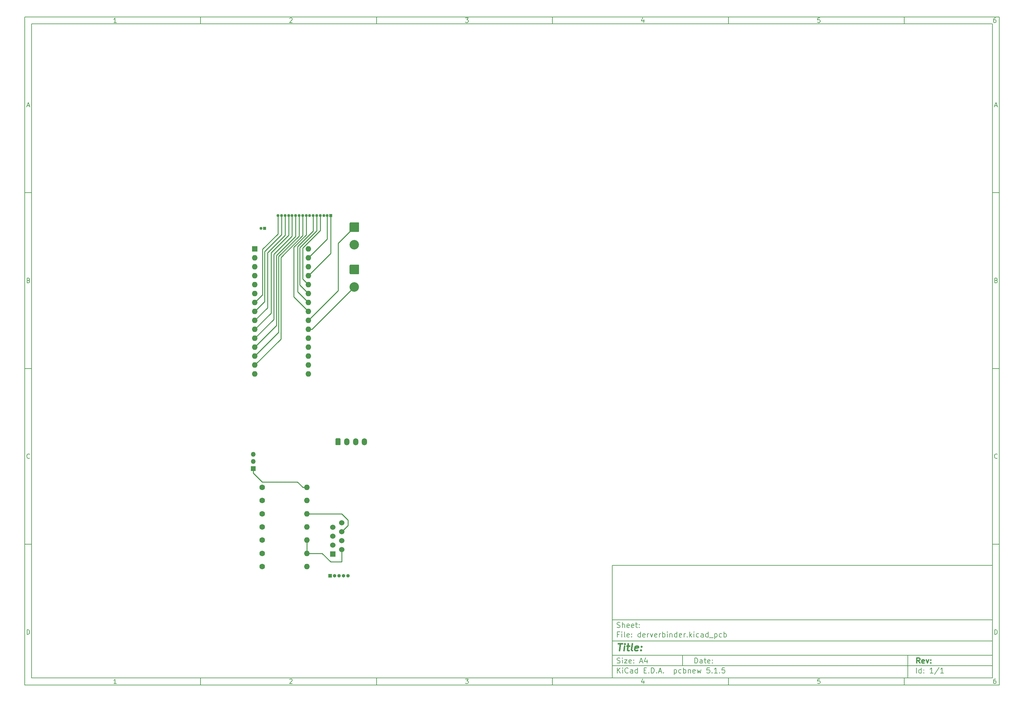
<source format=gbr>
G04 #@! TF.GenerationSoftware,KiCad,Pcbnew,5.1.5*
G04 #@! TF.CreationDate,2019-11-29T13:32:30+01:00*
G04 #@! TF.ProjectId,derverbinder,64657276-6572-4626-996e-6465722e6b69,rev?*
G04 #@! TF.SameCoordinates,Original*
G04 #@! TF.FileFunction,Copper,L2,Bot*
G04 #@! TF.FilePolarity,Positive*
%FSLAX46Y46*%
G04 Gerber Fmt 4.6, Leading zero omitted, Abs format (unit mm)*
G04 Created by KiCad (PCBNEW 5.1.5) date 2019-11-29 13:32:31*
%MOMM*%
%LPD*%
G04 APERTURE LIST*
%ADD10C,0.100000*%
%ADD11C,0.150000*%
%ADD12C,0.300000*%
%ADD13C,0.400000*%
%ADD14O,1.350000X1.350000*%
%ADD15R,1.350000X1.350000*%
%ADD16O,1.500000X2.000000*%
%ADD17C,1.600000*%
%ADD18O,1.600000X1.600000*%
%ADD19R,1.600000X1.600000*%
%ADD20C,2.700000*%
%ADD21O,0.850000X0.850000*%
%ADD22R,0.850000X0.850000*%
%ADD23O,1.000000X1.000000*%
%ADD24R,1.000000X1.000000*%
%ADD25R,1.524000X1.524000*%
%ADD26C,1.524000*%
%ADD27C,0.250000*%
G04 APERTURE END LIST*
D10*
D11*
X177002200Y-166007200D02*
X177002200Y-198007200D01*
X285002200Y-198007200D01*
X285002200Y-166007200D01*
X177002200Y-166007200D01*
D10*
D11*
X10000000Y-10000000D02*
X10000000Y-200007200D01*
X287002200Y-200007200D01*
X287002200Y-10000000D01*
X10000000Y-10000000D01*
D10*
D11*
X12000000Y-12000000D02*
X12000000Y-198007200D01*
X285002200Y-198007200D01*
X285002200Y-12000000D01*
X12000000Y-12000000D01*
D10*
D11*
X60000000Y-12000000D02*
X60000000Y-10000000D01*
D10*
D11*
X110000000Y-12000000D02*
X110000000Y-10000000D01*
D10*
D11*
X160000000Y-12000000D02*
X160000000Y-10000000D01*
D10*
D11*
X210000000Y-12000000D02*
X210000000Y-10000000D01*
D10*
D11*
X260000000Y-12000000D02*
X260000000Y-10000000D01*
D10*
D11*
X36065476Y-11588095D02*
X35322619Y-11588095D01*
X35694047Y-11588095D02*
X35694047Y-10288095D01*
X35570238Y-10473809D01*
X35446428Y-10597619D01*
X35322619Y-10659523D01*
D10*
D11*
X85322619Y-10411904D02*
X85384523Y-10350000D01*
X85508333Y-10288095D01*
X85817857Y-10288095D01*
X85941666Y-10350000D01*
X86003571Y-10411904D01*
X86065476Y-10535714D01*
X86065476Y-10659523D01*
X86003571Y-10845238D01*
X85260714Y-11588095D01*
X86065476Y-11588095D01*
D10*
D11*
X135260714Y-10288095D02*
X136065476Y-10288095D01*
X135632142Y-10783333D01*
X135817857Y-10783333D01*
X135941666Y-10845238D01*
X136003571Y-10907142D01*
X136065476Y-11030952D01*
X136065476Y-11340476D01*
X136003571Y-11464285D01*
X135941666Y-11526190D01*
X135817857Y-11588095D01*
X135446428Y-11588095D01*
X135322619Y-11526190D01*
X135260714Y-11464285D01*
D10*
D11*
X185941666Y-10721428D02*
X185941666Y-11588095D01*
X185632142Y-10226190D02*
X185322619Y-11154761D01*
X186127380Y-11154761D01*
D10*
D11*
X236003571Y-10288095D02*
X235384523Y-10288095D01*
X235322619Y-10907142D01*
X235384523Y-10845238D01*
X235508333Y-10783333D01*
X235817857Y-10783333D01*
X235941666Y-10845238D01*
X236003571Y-10907142D01*
X236065476Y-11030952D01*
X236065476Y-11340476D01*
X236003571Y-11464285D01*
X235941666Y-11526190D01*
X235817857Y-11588095D01*
X235508333Y-11588095D01*
X235384523Y-11526190D01*
X235322619Y-11464285D01*
D10*
D11*
X285941666Y-10288095D02*
X285694047Y-10288095D01*
X285570238Y-10350000D01*
X285508333Y-10411904D01*
X285384523Y-10597619D01*
X285322619Y-10845238D01*
X285322619Y-11340476D01*
X285384523Y-11464285D01*
X285446428Y-11526190D01*
X285570238Y-11588095D01*
X285817857Y-11588095D01*
X285941666Y-11526190D01*
X286003571Y-11464285D01*
X286065476Y-11340476D01*
X286065476Y-11030952D01*
X286003571Y-10907142D01*
X285941666Y-10845238D01*
X285817857Y-10783333D01*
X285570238Y-10783333D01*
X285446428Y-10845238D01*
X285384523Y-10907142D01*
X285322619Y-11030952D01*
D10*
D11*
X60000000Y-198007200D02*
X60000000Y-200007200D01*
D10*
D11*
X110000000Y-198007200D02*
X110000000Y-200007200D01*
D10*
D11*
X160000000Y-198007200D02*
X160000000Y-200007200D01*
D10*
D11*
X210000000Y-198007200D02*
X210000000Y-200007200D01*
D10*
D11*
X260000000Y-198007200D02*
X260000000Y-200007200D01*
D10*
D11*
X36065476Y-199595295D02*
X35322619Y-199595295D01*
X35694047Y-199595295D02*
X35694047Y-198295295D01*
X35570238Y-198481009D01*
X35446428Y-198604819D01*
X35322619Y-198666723D01*
D10*
D11*
X85322619Y-198419104D02*
X85384523Y-198357200D01*
X85508333Y-198295295D01*
X85817857Y-198295295D01*
X85941666Y-198357200D01*
X86003571Y-198419104D01*
X86065476Y-198542914D01*
X86065476Y-198666723D01*
X86003571Y-198852438D01*
X85260714Y-199595295D01*
X86065476Y-199595295D01*
D10*
D11*
X135260714Y-198295295D02*
X136065476Y-198295295D01*
X135632142Y-198790533D01*
X135817857Y-198790533D01*
X135941666Y-198852438D01*
X136003571Y-198914342D01*
X136065476Y-199038152D01*
X136065476Y-199347676D01*
X136003571Y-199471485D01*
X135941666Y-199533390D01*
X135817857Y-199595295D01*
X135446428Y-199595295D01*
X135322619Y-199533390D01*
X135260714Y-199471485D01*
D10*
D11*
X185941666Y-198728628D02*
X185941666Y-199595295D01*
X185632142Y-198233390D02*
X185322619Y-199161961D01*
X186127380Y-199161961D01*
D10*
D11*
X236003571Y-198295295D02*
X235384523Y-198295295D01*
X235322619Y-198914342D01*
X235384523Y-198852438D01*
X235508333Y-198790533D01*
X235817857Y-198790533D01*
X235941666Y-198852438D01*
X236003571Y-198914342D01*
X236065476Y-199038152D01*
X236065476Y-199347676D01*
X236003571Y-199471485D01*
X235941666Y-199533390D01*
X235817857Y-199595295D01*
X235508333Y-199595295D01*
X235384523Y-199533390D01*
X235322619Y-199471485D01*
D10*
D11*
X285941666Y-198295295D02*
X285694047Y-198295295D01*
X285570238Y-198357200D01*
X285508333Y-198419104D01*
X285384523Y-198604819D01*
X285322619Y-198852438D01*
X285322619Y-199347676D01*
X285384523Y-199471485D01*
X285446428Y-199533390D01*
X285570238Y-199595295D01*
X285817857Y-199595295D01*
X285941666Y-199533390D01*
X286003571Y-199471485D01*
X286065476Y-199347676D01*
X286065476Y-199038152D01*
X286003571Y-198914342D01*
X285941666Y-198852438D01*
X285817857Y-198790533D01*
X285570238Y-198790533D01*
X285446428Y-198852438D01*
X285384523Y-198914342D01*
X285322619Y-199038152D01*
D10*
D11*
X10000000Y-60000000D02*
X12000000Y-60000000D01*
D10*
D11*
X10000000Y-110000000D02*
X12000000Y-110000000D01*
D10*
D11*
X10000000Y-160000000D02*
X12000000Y-160000000D01*
D10*
D11*
X10690476Y-35216666D02*
X11309523Y-35216666D01*
X10566666Y-35588095D02*
X11000000Y-34288095D01*
X11433333Y-35588095D01*
D10*
D11*
X11092857Y-84907142D02*
X11278571Y-84969047D01*
X11340476Y-85030952D01*
X11402380Y-85154761D01*
X11402380Y-85340476D01*
X11340476Y-85464285D01*
X11278571Y-85526190D01*
X11154761Y-85588095D01*
X10659523Y-85588095D01*
X10659523Y-84288095D01*
X11092857Y-84288095D01*
X11216666Y-84350000D01*
X11278571Y-84411904D01*
X11340476Y-84535714D01*
X11340476Y-84659523D01*
X11278571Y-84783333D01*
X11216666Y-84845238D01*
X11092857Y-84907142D01*
X10659523Y-84907142D01*
D10*
D11*
X11402380Y-135464285D02*
X11340476Y-135526190D01*
X11154761Y-135588095D01*
X11030952Y-135588095D01*
X10845238Y-135526190D01*
X10721428Y-135402380D01*
X10659523Y-135278571D01*
X10597619Y-135030952D01*
X10597619Y-134845238D01*
X10659523Y-134597619D01*
X10721428Y-134473809D01*
X10845238Y-134350000D01*
X11030952Y-134288095D01*
X11154761Y-134288095D01*
X11340476Y-134350000D01*
X11402380Y-134411904D01*
D10*
D11*
X10659523Y-185588095D02*
X10659523Y-184288095D01*
X10969047Y-184288095D01*
X11154761Y-184350000D01*
X11278571Y-184473809D01*
X11340476Y-184597619D01*
X11402380Y-184845238D01*
X11402380Y-185030952D01*
X11340476Y-185278571D01*
X11278571Y-185402380D01*
X11154761Y-185526190D01*
X10969047Y-185588095D01*
X10659523Y-185588095D01*
D10*
D11*
X287002200Y-60000000D02*
X285002200Y-60000000D01*
D10*
D11*
X287002200Y-110000000D02*
X285002200Y-110000000D01*
D10*
D11*
X287002200Y-160000000D02*
X285002200Y-160000000D01*
D10*
D11*
X285692676Y-35216666D02*
X286311723Y-35216666D01*
X285568866Y-35588095D02*
X286002200Y-34288095D01*
X286435533Y-35588095D01*
D10*
D11*
X286095057Y-84907142D02*
X286280771Y-84969047D01*
X286342676Y-85030952D01*
X286404580Y-85154761D01*
X286404580Y-85340476D01*
X286342676Y-85464285D01*
X286280771Y-85526190D01*
X286156961Y-85588095D01*
X285661723Y-85588095D01*
X285661723Y-84288095D01*
X286095057Y-84288095D01*
X286218866Y-84350000D01*
X286280771Y-84411904D01*
X286342676Y-84535714D01*
X286342676Y-84659523D01*
X286280771Y-84783333D01*
X286218866Y-84845238D01*
X286095057Y-84907142D01*
X285661723Y-84907142D01*
D10*
D11*
X286404580Y-135464285D02*
X286342676Y-135526190D01*
X286156961Y-135588095D01*
X286033152Y-135588095D01*
X285847438Y-135526190D01*
X285723628Y-135402380D01*
X285661723Y-135278571D01*
X285599819Y-135030952D01*
X285599819Y-134845238D01*
X285661723Y-134597619D01*
X285723628Y-134473809D01*
X285847438Y-134350000D01*
X286033152Y-134288095D01*
X286156961Y-134288095D01*
X286342676Y-134350000D01*
X286404580Y-134411904D01*
D10*
D11*
X285661723Y-185588095D02*
X285661723Y-184288095D01*
X285971247Y-184288095D01*
X286156961Y-184350000D01*
X286280771Y-184473809D01*
X286342676Y-184597619D01*
X286404580Y-184845238D01*
X286404580Y-185030952D01*
X286342676Y-185278571D01*
X286280771Y-185402380D01*
X286156961Y-185526190D01*
X285971247Y-185588095D01*
X285661723Y-185588095D01*
D10*
D11*
X200434342Y-193785771D02*
X200434342Y-192285771D01*
X200791485Y-192285771D01*
X201005771Y-192357200D01*
X201148628Y-192500057D01*
X201220057Y-192642914D01*
X201291485Y-192928628D01*
X201291485Y-193142914D01*
X201220057Y-193428628D01*
X201148628Y-193571485D01*
X201005771Y-193714342D01*
X200791485Y-193785771D01*
X200434342Y-193785771D01*
X202577200Y-193785771D02*
X202577200Y-193000057D01*
X202505771Y-192857200D01*
X202362914Y-192785771D01*
X202077200Y-192785771D01*
X201934342Y-192857200D01*
X202577200Y-193714342D02*
X202434342Y-193785771D01*
X202077200Y-193785771D01*
X201934342Y-193714342D01*
X201862914Y-193571485D01*
X201862914Y-193428628D01*
X201934342Y-193285771D01*
X202077200Y-193214342D01*
X202434342Y-193214342D01*
X202577200Y-193142914D01*
X203077200Y-192785771D02*
X203648628Y-192785771D01*
X203291485Y-192285771D02*
X203291485Y-193571485D01*
X203362914Y-193714342D01*
X203505771Y-193785771D01*
X203648628Y-193785771D01*
X204720057Y-193714342D02*
X204577200Y-193785771D01*
X204291485Y-193785771D01*
X204148628Y-193714342D01*
X204077200Y-193571485D01*
X204077200Y-193000057D01*
X204148628Y-192857200D01*
X204291485Y-192785771D01*
X204577200Y-192785771D01*
X204720057Y-192857200D01*
X204791485Y-193000057D01*
X204791485Y-193142914D01*
X204077200Y-193285771D01*
X205434342Y-193642914D02*
X205505771Y-193714342D01*
X205434342Y-193785771D01*
X205362914Y-193714342D01*
X205434342Y-193642914D01*
X205434342Y-193785771D01*
X205434342Y-192857200D02*
X205505771Y-192928628D01*
X205434342Y-193000057D01*
X205362914Y-192928628D01*
X205434342Y-192857200D01*
X205434342Y-193000057D01*
D10*
D11*
X177002200Y-194507200D02*
X285002200Y-194507200D01*
D10*
D11*
X178434342Y-196585771D02*
X178434342Y-195085771D01*
X179291485Y-196585771D02*
X178648628Y-195728628D01*
X179291485Y-195085771D02*
X178434342Y-195942914D01*
X179934342Y-196585771D02*
X179934342Y-195585771D01*
X179934342Y-195085771D02*
X179862914Y-195157200D01*
X179934342Y-195228628D01*
X180005771Y-195157200D01*
X179934342Y-195085771D01*
X179934342Y-195228628D01*
X181505771Y-196442914D02*
X181434342Y-196514342D01*
X181220057Y-196585771D01*
X181077200Y-196585771D01*
X180862914Y-196514342D01*
X180720057Y-196371485D01*
X180648628Y-196228628D01*
X180577200Y-195942914D01*
X180577200Y-195728628D01*
X180648628Y-195442914D01*
X180720057Y-195300057D01*
X180862914Y-195157200D01*
X181077200Y-195085771D01*
X181220057Y-195085771D01*
X181434342Y-195157200D01*
X181505771Y-195228628D01*
X182791485Y-196585771D02*
X182791485Y-195800057D01*
X182720057Y-195657200D01*
X182577200Y-195585771D01*
X182291485Y-195585771D01*
X182148628Y-195657200D01*
X182791485Y-196514342D02*
X182648628Y-196585771D01*
X182291485Y-196585771D01*
X182148628Y-196514342D01*
X182077200Y-196371485D01*
X182077200Y-196228628D01*
X182148628Y-196085771D01*
X182291485Y-196014342D01*
X182648628Y-196014342D01*
X182791485Y-195942914D01*
X184148628Y-196585771D02*
X184148628Y-195085771D01*
X184148628Y-196514342D02*
X184005771Y-196585771D01*
X183720057Y-196585771D01*
X183577200Y-196514342D01*
X183505771Y-196442914D01*
X183434342Y-196300057D01*
X183434342Y-195871485D01*
X183505771Y-195728628D01*
X183577200Y-195657200D01*
X183720057Y-195585771D01*
X184005771Y-195585771D01*
X184148628Y-195657200D01*
X186005771Y-195800057D02*
X186505771Y-195800057D01*
X186720057Y-196585771D02*
X186005771Y-196585771D01*
X186005771Y-195085771D01*
X186720057Y-195085771D01*
X187362914Y-196442914D02*
X187434342Y-196514342D01*
X187362914Y-196585771D01*
X187291485Y-196514342D01*
X187362914Y-196442914D01*
X187362914Y-196585771D01*
X188077200Y-196585771D02*
X188077200Y-195085771D01*
X188434342Y-195085771D01*
X188648628Y-195157200D01*
X188791485Y-195300057D01*
X188862914Y-195442914D01*
X188934342Y-195728628D01*
X188934342Y-195942914D01*
X188862914Y-196228628D01*
X188791485Y-196371485D01*
X188648628Y-196514342D01*
X188434342Y-196585771D01*
X188077200Y-196585771D01*
X189577200Y-196442914D02*
X189648628Y-196514342D01*
X189577200Y-196585771D01*
X189505771Y-196514342D01*
X189577200Y-196442914D01*
X189577200Y-196585771D01*
X190220057Y-196157200D02*
X190934342Y-196157200D01*
X190077200Y-196585771D02*
X190577200Y-195085771D01*
X191077200Y-196585771D01*
X191577200Y-196442914D02*
X191648628Y-196514342D01*
X191577200Y-196585771D01*
X191505771Y-196514342D01*
X191577200Y-196442914D01*
X191577200Y-196585771D01*
X194577200Y-195585771D02*
X194577200Y-197085771D01*
X194577200Y-195657200D02*
X194720057Y-195585771D01*
X195005771Y-195585771D01*
X195148628Y-195657200D01*
X195220057Y-195728628D01*
X195291485Y-195871485D01*
X195291485Y-196300057D01*
X195220057Y-196442914D01*
X195148628Y-196514342D01*
X195005771Y-196585771D01*
X194720057Y-196585771D01*
X194577200Y-196514342D01*
X196577200Y-196514342D02*
X196434342Y-196585771D01*
X196148628Y-196585771D01*
X196005771Y-196514342D01*
X195934342Y-196442914D01*
X195862914Y-196300057D01*
X195862914Y-195871485D01*
X195934342Y-195728628D01*
X196005771Y-195657200D01*
X196148628Y-195585771D01*
X196434342Y-195585771D01*
X196577200Y-195657200D01*
X197220057Y-196585771D02*
X197220057Y-195085771D01*
X197220057Y-195657200D02*
X197362914Y-195585771D01*
X197648628Y-195585771D01*
X197791485Y-195657200D01*
X197862914Y-195728628D01*
X197934342Y-195871485D01*
X197934342Y-196300057D01*
X197862914Y-196442914D01*
X197791485Y-196514342D01*
X197648628Y-196585771D01*
X197362914Y-196585771D01*
X197220057Y-196514342D01*
X198577200Y-195585771D02*
X198577200Y-196585771D01*
X198577200Y-195728628D02*
X198648628Y-195657200D01*
X198791485Y-195585771D01*
X199005771Y-195585771D01*
X199148628Y-195657200D01*
X199220057Y-195800057D01*
X199220057Y-196585771D01*
X200505771Y-196514342D02*
X200362914Y-196585771D01*
X200077200Y-196585771D01*
X199934342Y-196514342D01*
X199862914Y-196371485D01*
X199862914Y-195800057D01*
X199934342Y-195657200D01*
X200077200Y-195585771D01*
X200362914Y-195585771D01*
X200505771Y-195657200D01*
X200577200Y-195800057D01*
X200577200Y-195942914D01*
X199862914Y-196085771D01*
X201077200Y-195585771D02*
X201362914Y-196585771D01*
X201648628Y-195871485D01*
X201934342Y-196585771D01*
X202220057Y-195585771D01*
X204648628Y-195085771D02*
X203934342Y-195085771D01*
X203862914Y-195800057D01*
X203934342Y-195728628D01*
X204077200Y-195657200D01*
X204434342Y-195657200D01*
X204577200Y-195728628D01*
X204648628Y-195800057D01*
X204720057Y-195942914D01*
X204720057Y-196300057D01*
X204648628Y-196442914D01*
X204577200Y-196514342D01*
X204434342Y-196585771D01*
X204077200Y-196585771D01*
X203934342Y-196514342D01*
X203862914Y-196442914D01*
X205362914Y-196442914D02*
X205434342Y-196514342D01*
X205362914Y-196585771D01*
X205291485Y-196514342D01*
X205362914Y-196442914D01*
X205362914Y-196585771D01*
X206862914Y-196585771D02*
X206005771Y-196585771D01*
X206434342Y-196585771D02*
X206434342Y-195085771D01*
X206291485Y-195300057D01*
X206148628Y-195442914D01*
X206005771Y-195514342D01*
X207505771Y-196442914D02*
X207577200Y-196514342D01*
X207505771Y-196585771D01*
X207434342Y-196514342D01*
X207505771Y-196442914D01*
X207505771Y-196585771D01*
X208934342Y-195085771D02*
X208220057Y-195085771D01*
X208148628Y-195800057D01*
X208220057Y-195728628D01*
X208362914Y-195657200D01*
X208720057Y-195657200D01*
X208862914Y-195728628D01*
X208934342Y-195800057D01*
X209005771Y-195942914D01*
X209005771Y-196300057D01*
X208934342Y-196442914D01*
X208862914Y-196514342D01*
X208720057Y-196585771D01*
X208362914Y-196585771D01*
X208220057Y-196514342D01*
X208148628Y-196442914D01*
D10*
D11*
X177002200Y-191507200D02*
X285002200Y-191507200D01*
D10*
D12*
X264411485Y-193785771D02*
X263911485Y-193071485D01*
X263554342Y-193785771D02*
X263554342Y-192285771D01*
X264125771Y-192285771D01*
X264268628Y-192357200D01*
X264340057Y-192428628D01*
X264411485Y-192571485D01*
X264411485Y-192785771D01*
X264340057Y-192928628D01*
X264268628Y-193000057D01*
X264125771Y-193071485D01*
X263554342Y-193071485D01*
X265625771Y-193714342D02*
X265482914Y-193785771D01*
X265197200Y-193785771D01*
X265054342Y-193714342D01*
X264982914Y-193571485D01*
X264982914Y-193000057D01*
X265054342Y-192857200D01*
X265197200Y-192785771D01*
X265482914Y-192785771D01*
X265625771Y-192857200D01*
X265697200Y-193000057D01*
X265697200Y-193142914D01*
X264982914Y-193285771D01*
X266197200Y-192785771D02*
X266554342Y-193785771D01*
X266911485Y-192785771D01*
X267482914Y-193642914D02*
X267554342Y-193714342D01*
X267482914Y-193785771D01*
X267411485Y-193714342D01*
X267482914Y-193642914D01*
X267482914Y-193785771D01*
X267482914Y-192857200D02*
X267554342Y-192928628D01*
X267482914Y-193000057D01*
X267411485Y-192928628D01*
X267482914Y-192857200D01*
X267482914Y-193000057D01*
D10*
D11*
X178362914Y-193714342D02*
X178577200Y-193785771D01*
X178934342Y-193785771D01*
X179077200Y-193714342D01*
X179148628Y-193642914D01*
X179220057Y-193500057D01*
X179220057Y-193357200D01*
X179148628Y-193214342D01*
X179077200Y-193142914D01*
X178934342Y-193071485D01*
X178648628Y-193000057D01*
X178505771Y-192928628D01*
X178434342Y-192857200D01*
X178362914Y-192714342D01*
X178362914Y-192571485D01*
X178434342Y-192428628D01*
X178505771Y-192357200D01*
X178648628Y-192285771D01*
X179005771Y-192285771D01*
X179220057Y-192357200D01*
X179862914Y-193785771D02*
X179862914Y-192785771D01*
X179862914Y-192285771D02*
X179791485Y-192357200D01*
X179862914Y-192428628D01*
X179934342Y-192357200D01*
X179862914Y-192285771D01*
X179862914Y-192428628D01*
X180434342Y-192785771D02*
X181220057Y-192785771D01*
X180434342Y-193785771D01*
X181220057Y-193785771D01*
X182362914Y-193714342D02*
X182220057Y-193785771D01*
X181934342Y-193785771D01*
X181791485Y-193714342D01*
X181720057Y-193571485D01*
X181720057Y-193000057D01*
X181791485Y-192857200D01*
X181934342Y-192785771D01*
X182220057Y-192785771D01*
X182362914Y-192857200D01*
X182434342Y-193000057D01*
X182434342Y-193142914D01*
X181720057Y-193285771D01*
X183077200Y-193642914D02*
X183148628Y-193714342D01*
X183077200Y-193785771D01*
X183005771Y-193714342D01*
X183077200Y-193642914D01*
X183077200Y-193785771D01*
X183077200Y-192857200D02*
X183148628Y-192928628D01*
X183077200Y-193000057D01*
X183005771Y-192928628D01*
X183077200Y-192857200D01*
X183077200Y-193000057D01*
X184862914Y-193357200D02*
X185577200Y-193357200D01*
X184720057Y-193785771D02*
X185220057Y-192285771D01*
X185720057Y-193785771D01*
X186862914Y-192785771D02*
X186862914Y-193785771D01*
X186505771Y-192214342D02*
X186148628Y-193285771D01*
X187077200Y-193285771D01*
D10*
D11*
X263434342Y-196585771D02*
X263434342Y-195085771D01*
X264791485Y-196585771D02*
X264791485Y-195085771D01*
X264791485Y-196514342D02*
X264648628Y-196585771D01*
X264362914Y-196585771D01*
X264220057Y-196514342D01*
X264148628Y-196442914D01*
X264077200Y-196300057D01*
X264077200Y-195871485D01*
X264148628Y-195728628D01*
X264220057Y-195657200D01*
X264362914Y-195585771D01*
X264648628Y-195585771D01*
X264791485Y-195657200D01*
X265505771Y-196442914D02*
X265577200Y-196514342D01*
X265505771Y-196585771D01*
X265434342Y-196514342D01*
X265505771Y-196442914D01*
X265505771Y-196585771D01*
X265505771Y-195657200D02*
X265577200Y-195728628D01*
X265505771Y-195800057D01*
X265434342Y-195728628D01*
X265505771Y-195657200D01*
X265505771Y-195800057D01*
X268148628Y-196585771D02*
X267291485Y-196585771D01*
X267720057Y-196585771D02*
X267720057Y-195085771D01*
X267577200Y-195300057D01*
X267434342Y-195442914D01*
X267291485Y-195514342D01*
X269862914Y-195014342D02*
X268577200Y-196942914D01*
X271148628Y-196585771D02*
X270291485Y-196585771D01*
X270720057Y-196585771D02*
X270720057Y-195085771D01*
X270577200Y-195300057D01*
X270434342Y-195442914D01*
X270291485Y-195514342D01*
D10*
D11*
X177002200Y-187507200D02*
X285002200Y-187507200D01*
D10*
D13*
X178714580Y-188211961D02*
X179857438Y-188211961D01*
X179036009Y-190211961D02*
X179286009Y-188211961D01*
X180274104Y-190211961D02*
X180440771Y-188878628D01*
X180524104Y-188211961D02*
X180416961Y-188307200D01*
X180500295Y-188402438D01*
X180607438Y-188307200D01*
X180524104Y-188211961D01*
X180500295Y-188402438D01*
X181107438Y-188878628D02*
X181869342Y-188878628D01*
X181476485Y-188211961D02*
X181262200Y-189926247D01*
X181333628Y-190116723D01*
X181512200Y-190211961D01*
X181702676Y-190211961D01*
X182655057Y-190211961D02*
X182476485Y-190116723D01*
X182405057Y-189926247D01*
X182619342Y-188211961D01*
X184190771Y-190116723D02*
X183988390Y-190211961D01*
X183607438Y-190211961D01*
X183428866Y-190116723D01*
X183357438Y-189926247D01*
X183452676Y-189164342D01*
X183571723Y-188973866D01*
X183774104Y-188878628D01*
X184155057Y-188878628D01*
X184333628Y-188973866D01*
X184405057Y-189164342D01*
X184381247Y-189354819D01*
X183405057Y-189545295D01*
X185155057Y-190021485D02*
X185238390Y-190116723D01*
X185131247Y-190211961D01*
X185047914Y-190116723D01*
X185155057Y-190021485D01*
X185131247Y-190211961D01*
X185286009Y-188973866D02*
X185369342Y-189069104D01*
X185262200Y-189164342D01*
X185178866Y-189069104D01*
X185286009Y-188973866D01*
X185262200Y-189164342D01*
D10*
D11*
X178934342Y-185600057D02*
X178434342Y-185600057D01*
X178434342Y-186385771D02*
X178434342Y-184885771D01*
X179148628Y-184885771D01*
X179720057Y-186385771D02*
X179720057Y-185385771D01*
X179720057Y-184885771D02*
X179648628Y-184957200D01*
X179720057Y-185028628D01*
X179791485Y-184957200D01*
X179720057Y-184885771D01*
X179720057Y-185028628D01*
X180648628Y-186385771D02*
X180505771Y-186314342D01*
X180434342Y-186171485D01*
X180434342Y-184885771D01*
X181791485Y-186314342D02*
X181648628Y-186385771D01*
X181362914Y-186385771D01*
X181220057Y-186314342D01*
X181148628Y-186171485D01*
X181148628Y-185600057D01*
X181220057Y-185457200D01*
X181362914Y-185385771D01*
X181648628Y-185385771D01*
X181791485Y-185457200D01*
X181862914Y-185600057D01*
X181862914Y-185742914D01*
X181148628Y-185885771D01*
X182505771Y-186242914D02*
X182577200Y-186314342D01*
X182505771Y-186385771D01*
X182434342Y-186314342D01*
X182505771Y-186242914D01*
X182505771Y-186385771D01*
X182505771Y-185457200D02*
X182577200Y-185528628D01*
X182505771Y-185600057D01*
X182434342Y-185528628D01*
X182505771Y-185457200D01*
X182505771Y-185600057D01*
X185005771Y-186385771D02*
X185005771Y-184885771D01*
X185005771Y-186314342D02*
X184862914Y-186385771D01*
X184577200Y-186385771D01*
X184434342Y-186314342D01*
X184362914Y-186242914D01*
X184291485Y-186100057D01*
X184291485Y-185671485D01*
X184362914Y-185528628D01*
X184434342Y-185457200D01*
X184577200Y-185385771D01*
X184862914Y-185385771D01*
X185005771Y-185457200D01*
X186291485Y-186314342D02*
X186148628Y-186385771D01*
X185862914Y-186385771D01*
X185720057Y-186314342D01*
X185648628Y-186171485D01*
X185648628Y-185600057D01*
X185720057Y-185457200D01*
X185862914Y-185385771D01*
X186148628Y-185385771D01*
X186291485Y-185457200D01*
X186362914Y-185600057D01*
X186362914Y-185742914D01*
X185648628Y-185885771D01*
X187005771Y-186385771D02*
X187005771Y-185385771D01*
X187005771Y-185671485D02*
X187077200Y-185528628D01*
X187148628Y-185457200D01*
X187291485Y-185385771D01*
X187434342Y-185385771D01*
X187791485Y-185385771D02*
X188148628Y-186385771D01*
X188505771Y-185385771D01*
X189648628Y-186314342D02*
X189505771Y-186385771D01*
X189220057Y-186385771D01*
X189077200Y-186314342D01*
X189005771Y-186171485D01*
X189005771Y-185600057D01*
X189077200Y-185457200D01*
X189220057Y-185385771D01*
X189505771Y-185385771D01*
X189648628Y-185457200D01*
X189720057Y-185600057D01*
X189720057Y-185742914D01*
X189005771Y-185885771D01*
X190362914Y-186385771D02*
X190362914Y-185385771D01*
X190362914Y-185671485D02*
X190434342Y-185528628D01*
X190505771Y-185457200D01*
X190648628Y-185385771D01*
X190791485Y-185385771D01*
X191291485Y-186385771D02*
X191291485Y-184885771D01*
X191291485Y-185457200D02*
X191434342Y-185385771D01*
X191720057Y-185385771D01*
X191862914Y-185457200D01*
X191934342Y-185528628D01*
X192005771Y-185671485D01*
X192005771Y-186100057D01*
X191934342Y-186242914D01*
X191862914Y-186314342D01*
X191720057Y-186385771D01*
X191434342Y-186385771D01*
X191291485Y-186314342D01*
X192648628Y-186385771D02*
X192648628Y-185385771D01*
X192648628Y-184885771D02*
X192577200Y-184957200D01*
X192648628Y-185028628D01*
X192720057Y-184957200D01*
X192648628Y-184885771D01*
X192648628Y-185028628D01*
X193362914Y-185385771D02*
X193362914Y-186385771D01*
X193362914Y-185528628D02*
X193434342Y-185457200D01*
X193577200Y-185385771D01*
X193791485Y-185385771D01*
X193934342Y-185457200D01*
X194005771Y-185600057D01*
X194005771Y-186385771D01*
X195362914Y-186385771D02*
X195362914Y-184885771D01*
X195362914Y-186314342D02*
X195220057Y-186385771D01*
X194934342Y-186385771D01*
X194791485Y-186314342D01*
X194720057Y-186242914D01*
X194648628Y-186100057D01*
X194648628Y-185671485D01*
X194720057Y-185528628D01*
X194791485Y-185457200D01*
X194934342Y-185385771D01*
X195220057Y-185385771D01*
X195362914Y-185457200D01*
X196648628Y-186314342D02*
X196505771Y-186385771D01*
X196220057Y-186385771D01*
X196077200Y-186314342D01*
X196005771Y-186171485D01*
X196005771Y-185600057D01*
X196077200Y-185457200D01*
X196220057Y-185385771D01*
X196505771Y-185385771D01*
X196648628Y-185457200D01*
X196720057Y-185600057D01*
X196720057Y-185742914D01*
X196005771Y-185885771D01*
X197362914Y-186385771D02*
X197362914Y-185385771D01*
X197362914Y-185671485D02*
X197434342Y-185528628D01*
X197505771Y-185457200D01*
X197648628Y-185385771D01*
X197791485Y-185385771D01*
X198291485Y-186242914D02*
X198362914Y-186314342D01*
X198291485Y-186385771D01*
X198220057Y-186314342D01*
X198291485Y-186242914D01*
X198291485Y-186385771D01*
X199005771Y-186385771D02*
X199005771Y-184885771D01*
X199148628Y-185814342D02*
X199577200Y-186385771D01*
X199577200Y-185385771D02*
X199005771Y-185957200D01*
X200220057Y-186385771D02*
X200220057Y-185385771D01*
X200220057Y-184885771D02*
X200148628Y-184957200D01*
X200220057Y-185028628D01*
X200291485Y-184957200D01*
X200220057Y-184885771D01*
X200220057Y-185028628D01*
X201577200Y-186314342D02*
X201434342Y-186385771D01*
X201148628Y-186385771D01*
X201005771Y-186314342D01*
X200934342Y-186242914D01*
X200862914Y-186100057D01*
X200862914Y-185671485D01*
X200934342Y-185528628D01*
X201005771Y-185457200D01*
X201148628Y-185385771D01*
X201434342Y-185385771D01*
X201577200Y-185457200D01*
X202862914Y-186385771D02*
X202862914Y-185600057D01*
X202791485Y-185457200D01*
X202648628Y-185385771D01*
X202362914Y-185385771D01*
X202220057Y-185457200D01*
X202862914Y-186314342D02*
X202720057Y-186385771D01*
X202362914Y-186385771D01*
X202220057Y-186314342D01*
X202148628Y-186171485D01*
X202148628Y-186028628D01*
X202220057Y-185885771D01*
X202362914Y-185814342D01*
X202720057Y-185814342D01*
X202862914Y-185742914D01*
X204220057Y-186385771D02*
X204220057Y-184885771D01*
X204220057Y-186314342D02*
X204077200Y-186385771D01*
X203791485Y-186385771D01*
X203648628Y-186314342D01*
X203577200Y-186242914D01*
X203505771Y-186100057D01*
X203505771Y-185671485D01*
X203577200Y-185528628D01*
X203648628Y-185457200D01*
X203791485Y-185385771D01*
X204077200Y-185385771D01*
X204220057Y-185457200D01*
X204577200Y-186528628D02*
X205720057Y-186528628D01*
X206077200Y-185385771D02*
X206077200Y-186885771D01*
X206077200Y-185457200D02*
X206220057Y-185385771D01*
X206505771Y-185385771D01*
X206648628Y-185457200D01*
X206720057Y-185528628D01*
X206791485Y-185671485D01*
X206791485Y-186100057D01*
X206720057Y-186242914D01*
X206648628Y-186314342D01*
X206505771Y-186385771D01*
X206220057Y-186385771D01*
X206077200Y-186314342D01*
X208077200Y-186314342D02*
X207934342Y-186385771D01*
X207648628Y-186385771D01*
X207505771Y-186314342D01*
X207434342Y-186242914D01*
X207362914Y-186100057D01*
X207362914Y-185671485D01*
X207434342Y-185528628D01*
X207505771Y-185457200D01*
X207648628Y-185385771D01*
X207934342Y-185385771D01*
X208077200Y-185457200D01*
X208720057Y-186385771D02*
X208720057Y-184885771D01*
X208720057Y-185457200D02*
X208862914Y-185385771D01*
X209148628Y-185385771D01*
X209291485Y-185457200D01*
X209362914Y-185528628D01*
X209434342Y-185671485D01*
X209434342Y-186100057D01*
X209362914Y-186242914D01*
X209291485Y-186314342D01*
X209148628Y-186385771D01*
X208862914Y-186385771D01*
X208720057Y-186314342D01*
D10*
D11*
X177002200Y-181507200D02*
X285002200Y-181507200D01*
D10*
D11*
X178362914Y-183614342D02*
X178577200Y-183685771D01*
X178934342Y-183685771D01*
X179077200Y-183614342D01*
X179148628Y-183542914D01*
X179220057Y-183400057D01*
X179220057Y-183257200D01*
X179148628Y-183114342D01*
X179077200Y-183042914D01*
X178934342Y-182971485D01*
X178648628Y-182900057D01*
X178505771Y-182828628D01*
X178434342Y-182757200D01*
X178362914Y-182614342D01*
X178362914Y-182471485D01*
X178434342Y-182328628D01*
X178505771Y-182257200D01*
X178648628Y-182185771D01*
X179005771Y-182185771D01*
X179220057Y-182257200D01*
X179862914Y-183685771D02*
X179862914Y-182185771D01*
X180505771Y-183685771D02*
X180505771Y-182900057D01*
X180434342Y-182757200D01*
X180291485Y-182685771D01*
X180077200Y-182685771D01*
X179934342Y-182757200D01*
X179862914Y-182828628D01*
X181791485Y-183614342D02*
X181648628Y-183685771D01*
X181362914Y-183685771D01*
X181220057Y-183614342D01*
X181148628Y-183471485D01*
X181148628Y-182900057D01*
X181220057Y-182757200D01*
X181362914Y-182685771D01*
X181648628Y-182685771D01*
X181791485Y-182757200D01*
X181862914Y-182900057D01*
X181862914Y-183042914D01*
X181148628Y-183185771D01*
X183077200Y-183614342D02*
X182934342Y-183685771D01*
X182648628Y-183685771D01*
X182505771Y-183614342D01*
X182434342Y-183471485D01*
X182434342Y-182900057D01*
X182505771Y-182757200D01*
X182648628Y-182685771D01*
X182934342Y-182685771D01*
X183077200Y-182757200D01*
X183148628Y-182900057D01*
X183148628Y-183042914D01*
X182434342Y-183185771D01*
X183577200Y-182685771D02*
X184148628Y-182685771D01*
X183791485Y-182185771D02*
X183791485Y-183471485D01*
X183862914Y-183614342D01*
X184005771Y-183685771D01*
X184148628Y-183685771D01*
X184648628Y-183542914D02*
X184720057Y-183614342D01*
X184648628Y-183685771D01*
X184577200Y-183614342D01*
X184648628Y-183542914D01*
X184648628Y-183685771D01*
X184648628Y-182757200D02*
X184720057Y-182828628D01*
X184648628Y-182900057D01*
X184577200Y-182828628D01*
X184648628Y-182757200D01*
X184648628Y-182900057D01*
D10*
D11*
X197002200Y-191507200D02*
X197002200Y-194507200D01*
D10*
D11*
X261002200Y-191507200D02*
X261002200Y-198007200D01*
D14*
X74930000Y-134430000D03*
X74930000Y-136430000D03*
D15*
X74930000Y-138430000D03*
D16*
X106560000Y-130810000D03*
X104060000Y-130810000D03*
X101560000Y-130810000D03*
G04 #@! TA.AperFunction,ComponentPad*
D10*
G36*
X99471756Y-129811806D02*
G01*
X99508159Y-129817206D01*
X99543857Y-129826147D01*
X99578506Y-129838545D01*
X99611774Y-129854280D01*
X99643339Y-129873199D01*
X99672897Y-129895121D01*
X99700165Y-129919835D01*
X99724879Y-129947103D01*
X99746801Y-129976661D01*
X99765720Y-130008226D01*
X99781455Y-130041494D01*
X99793853Y-130076143D01*
X99802794Y-130111841D01*
X99808194Y-130148244D01*
X99810000Y-130185000D01*
X99810000Y-131435000D01*
X99808194Y-131471756D01*
X99802794Y-131508159D01*
X99793853Y-131543857D01*
X99781455Y-131578506D01*
X99765720Y-131611774D01*
X99746801Y-131643339D01*
X99724879Y-131672897D01*
X99700165Y-131700165D01*
X99672897Y-131724879D01*
X99643339Y-131746801D01*
X99611774Y-131765720D01*
X99578506Y-131781455D01*
X99543857Y-131793853D01*
X99508159Y-131802794D01*
X99471756Y-131808194D01*
X99435000Y-131810000D01*
X98685000Y-131810000D01*
X98648244Y-131808194D01*
X98611841Y-131802794D01*
X98576143Y-131793853D01*
X98541494Y-131781455D01*
X98508226Y-131765720D01*
X98476661Y-131746801D01*
X98447103Y-131724879D01*
X98419835Y-131700165D01*
X98395121Y-131672897D01*
X98373199Y-131643339D01*
X98354280Y-131611774D01*
X98338545Y-131578506D01*
X98326147Y-131543857D01*
X98317206Y-131508159D01*
X98311806Y-131471756D01*
X98310000Y-131435000D01*
X98310000Y-130185000D01*
X98311806Y-130148244D01*
X98317206Y-130111841D01*
X98326147Y-130076143D01*
X98338545Y-130041494D01*
X98354280Y-130008226D01*
X98373199Y-129976661D01*
X98395121Y-129947103D01*
X98419835Y-129919835D01*
X98447103Y-129895121D01*
X98476661Y-129873199D01*
X98508226Y-129854280D01*
X98541494Y-129838545D01*
X98576143Y-129826147D01*
X98611841Y-129817206D01*
X98648244Y-129811806D01*
X98685000Y-129810000D01*
X99435000Y-129810000D01*
X99471756Y-129811806D01*
G37*
G04 #@! TD.AperFunction*
D17*
X77500000Y-166300000D03*
D18*
X90200000Y-166300000D03*
D17*
X77500000Y-162550000D03*
D18*
X90200000Y-162550000D03*
D17*
X77500000Y-158800000D03*
D18*
X90200000Y-158800000D03*
D17*
X77500000Y-155050000D03*
D18*
X90200000Y-155050000D03*
D17*
X77500000Y-151300000D03*
D18*
X90200000Y-151300000D03*
D17*
X77500000Y-147550000D03*
D18*
X90200000Y-147550000D03*
X90200000Y-143800000D03*
D17*
X77500000Y-143800000D03*
D18*
X90640000Y-111560000D03*
X75400000Y-111560000D03*
X90640000Y-76000000D03*
X75400000Y-109020000D03*
X90640000Y-78540000D03*
X75400000Y-106480000D03*
X90640000Y-81080000D03*
X75400000Y-103940000D03*
X90640000Y-83620000D03*
X75400000Y-101400000D03*
X90640000Y-86160000D03*
X75400000Y-98860000D03*
X90640000Y-88700000D03*
X75400000Y-96320000D03*
X90640000Y-91240000D03*
X75400000Y-93780000D03*
X90640000Y-93780000D03*
X75400000Y-91240000D03*
X90640000Y-96320000D03*
X75400000Y-88700000D03*
X90640000Y-98860000D03*
X75400000Y-86160000D03*
X90640000Y-101400000D03*
X75400000Y-83620000D03*
X90640000Y-103940000D03*
X75400000Y-81080000D03*
X90640000Y-106480000D03*
X75400000Y-78540000D03*
X90640000Y-109020000D03*
D19*
X75400000Y-76000000D03*
G04 #@! TA.AperFunction,ComponentPad*
D10*
G36*
X104824503Y-80451204D02*
G01*
X104848772Y-80454804D01*
X104872570Y-80460765D01*
X104895670Y-80469030D01*
X104917849Y-80479520D01*
X104938892Y-80492133D01*
X104958598Y-80506748D01*
X104976776Y-80523224D01*
X104993252Y-80541402D01*
X105007867Y-80561108D01*
X105020480Y-80582151D01*
X105030970Y-80604330D01*
X105039235Y-80627430D01*
X105045196Y-80651228D01*
X105048796Y-80675497D01*
X105050000Y-80700001D01*
X105050000Y-82899999D01*
X105048796Y-82924503D01*
X105045196Y-82948772D01*
X105039235Y-82972570D01*
X105030970Y-82995670D01*
X105020480Y-83017849D01*
X105007867Y-83038892D01*
X104993252Y-83058598D01*
X104976776Y-83076776D01*
X104958598Y-83093252D01*
X104938892Y-83107867D01*
X104917849Y-83120480D01*
X104895670Y-83130970D01*
X104872570Y-83139235D01*
X104848772Y-83145196D01*
X104824503Y-83148796D01*
X104799999Y-83150000D01*
X102600001Y-83150000D01*
X102575497Y-83148796D01*
X102551228Y-83145196D01*
X102527430Y-83139235D01*
X102504330Y-83130970D01*
X102482151Y-83120480D01*
X102461108Y-83107867D01*
X102441402Y-83093252D01*
X102423224Y-83076776D01*
X102406748Y-83058598D01*
X102392133Y-83038892D01*
X102379520Y-83017849D01*
X102369030Y-82995670D01*
X102360765Y-82972570D01*
X102354804Y-82948772D01*
X102351204Y-82924503D01*
X102350000Y-82899999D01*
X102350000Y-80700001D01*
X102351204Y-80675497D01*
X102354804Y-80651228D01*
X102360765Y-80627430D01*
X102369030Y-80604330D01*
X102379520Y-80582151D01*
X102392133Y-80561108D01*
X102406748Y-80541402D01*
X102423224Y-80523224D01*
X102441402Y-80506748D01*
X102461108Y-80492133D01*
X102482151Y-80479520D01*
X102504330Y-80469030D01*
X102527430Y-80460765D01*
X102551228Y-80454804D01*
X102575497Y-80451204D01*
X102600001Y-80450000D01*
X104799999Y-80450000D01*
X104824503Y-80451204D01*
G37*
G04 #@! TD.AperFunction*
D20*
X103700000Y-86800000D03*
X103700000Y-74800000D03*
G04 #@! TA.AperFunction,ComponentPad*
D10*
G36*
X104824503Y-68451204D02*
G01*
X104848772Y-68454804D01*
X104872570Y-68460765D01*
X104895670Y-68469030D01*
X104917849Y-68479520D01*
X104938892Y-68492133D01*
X104958598Y-68506748D01*
X104976776Y-68523224D01*
X104993252Y-68541402D01*
X105007867Y-68561108D01*
X105020480Y-68582151D01*
X105030970Y-68604330D01*
X105039235Y-68627430D01*
X105045196Y-68651228D01*
X105048796Y-68675497D01*
X105050000Y-68700001D01*
X105050000Y-70899999D01*
X105048796Y-70924503D01*
X105045196Y-70948772D01*
X105039235Y-70972570D01*
X105030970Y-70995670D01*
X105020480Y-71017849D01*
X105007867Y-71038892D01*
X104993252Y-71058598D01*
X104976776Y-71076776D01*
X104958598Y-71093252D01*
X104938892Y-71107867D01*
X104917849Y-71120480D01*
X104895670Y-71130970D01*
X104872570Y-71139235D01*
X104848772Y-71145196D01*
X104824503Y-71148796D01*
X104799999Y-71150000D01*
X102600001Y-71150000D01*
X102575497Y-71148796D01*
X102551228Y-71145196D01*
X102527430Y-71139235D01*
X102504330Y-71130970D01*
X102482151Y-71120480D01*
X102461108Y-71107867D01*
X102441402Y-71093252D01*
X102423224Y-71076776D01*
X102406748Y-71058598D01*
X102392133Y-71038892D01*
X102379520Y-71017849D01*
X102369030Y-70995670D01*
X102360765Y-70972570D01*
X102354804Y-70948772D01*
X102351204Y-70924503D01*
X102350000Y-70899999D01*
X102350000Y-68700001D01*
X102351204Y-68675497D01*
X102354804Y-68651228D01*
X102360765Y-68627430D01*
X102369030Y-68604330D01*
X102379520Y-68582151D01*
X102392133Y-68561108D01*
X102406748Y-68541402D01*
X102423224Y-68523224D01*
X102441402Y-68506748D01*
X102461108Y-68492133D01*
X102482151Y-68479520D01*
X102504330Y-68469030D01*
X102527430Y-68460765D01*
X102551228Y-68454804D01*
X102575497Y-68451204D01*
X102600001Y-68450000D01*
X104799999Y-68450000D01*
X104824503Y-68451204D01*
G37*
G04 #@! TD.AperFunction*
D21*
X82000000Y-66500000D03*
X83000000Y-66500000D03*
X84000000Y-66500000D03*
X85000000Y-66500000D03*
X86000000Y-66500000D03*
X87000000Y-66500000D03*
X88000000Y-66500000D03*
X89000000Y-66500000D03*
X90000000Y-66500000D03*
X91000000Y-66500000D03*
X92000000Y-66500000D03*
X93000000Y-66500000D03*
X94000000Y-66500000D03*
X95000000Y-66500000D03*
X96000000Y-66500000D03*
D22*
X97000000Y-66500000D03*
D21*
X77200000Y-70100000D03*
D22*
X78200000Y-70100000D03*
D23*
X101870000Y-168910000D03*
X100600000Y-168910000D03*
X99330000Y-168910000D03*
X98060000Y-168910000D03*
D24*
X96790000Y-168910000D03*
D25*
X97560000Y-162770000D03*
D26*
X97560000Y-160230000D03*
X97560000Y-157690000D03*
X97560000Y-155150000D03*
X100100000Y-161500000D03*
X100100000Y-158960000D03*
X100100000Y-156420000D03*
X100100000Y-153880000D03*
D27*
X97000000Y-77260000D02*
X90640000Y-83620000D01*
X97000000Y-66500000D02*
X97000000Y-77260000D01*
X96000000Y-73180000D02*
X90640000Y-78540000D01*
X96000000Y-66500000D02*
X96000000Y-73180000D01*
X82000000Y-66500000D02*
X82000000Y-71700000D01*
X82000000Y-71700000D02*
X77600000Y-76100000D01*
X77600000Y-89040000D02*
X75400000Y-91240000D01*
X77600000Y-76100000D02*
X77600000Y-89040000D01*
X78200000Y-90980000D02*
X75400000Y-93780000D01*
X78200000Y-76700000D02*
X78200000Y-90980000D01*
X83000000Y-66500000D02*
X83000000Y-71900000D01*
X83000000Y-71900000D02*
X78200000Y-76700000D01*
X79000000Y-92720000D02*
X75400000Y-96320000D01*
X79000000Y-77100000D02*
X79000000Y-92720000D01*
X84000000Y-66500000D02*
X84000000Y-72100000D01*
X84000000Y-72100000D02*
X79000000Y-77100000D01*
X85000000Y-66500000D02*
X85000000Y-72100000D01*
X85000000Y-72100000D02*
X80000000Y-77100000D01*
X80000000Y-94260000D02*
X75400000Y-98860000D01*
X80000000Y-77100000D02*
X80000000Y-94260000D01*
X86000000Y-66500000D02*
X86000000Y-72300000D01*
X86000000Y-72300000D02*
X80800000Y-77500000D01*
X80800000Y-96000000D02*
X75400000Y-101400000D01*
X80800000Y-77500000D02*
X80800000Y-96000000D01*
X87000000Y-66500000D02*
X87000000Y-72400000D01*
X87000000Y-72400000D02*
X81600000Y-77800000D01*
X81600000Y-97740000D02*
X75400000Y-103940000D01*
X81600000Y-77800000D02*
X81600000Y-97740000D01*
X82200000Y-99680000D02*
X75400000Y-106480000D01*
X82200000Y-78100000D02*
X82200000Y-99680000D01*
X88000000Y-66500000D02*
X88000000Y-72300000D01*
X88000000Y-72300000D02*
X82200000Y-78100000D01*
X82800000Y-78400000D02*
X82800000Y-101620000D01*
X82800000Y-101620000D02*
X75400000Y-109020000D01*
X89000000Y-66500000D02*
X89000000Y-72200000D01*
X89000000Y-72200000D02*
X82800000Y-78400000D01*
X94000000Y-66500000D02*
X94000000Y-70700000D01*
X94000000Y-70700000D02*
X89000000Y-75700000D01*
X89000000Y-84520000D02*
X90640000Y-86160000D01*
X89000000Y-75700000D02*
X89000000Y-84520000D01*
X88200000Y-75600000D02*
X88200000Y-86260000D01*
X88200000Y-86260000D02*
X90640000Y-88700000D01*
X93000000Y-66500000D02*
X93000000Y-70800000D01*
X93000000Y-70800000D02*
X88200000Y-75600000D01*
X87600000Y-88200000D02*
X90640000Y-91240000D01*
X87600000Y-75300000D02*
X87600000Y-88200000D01*
X92000000Y-66500000D02*
X92000000Y-70900000D01*
X92000000Y-70900000D02*
X87600000Y-75300000D01*
X86500000Y-89640000D02*
X90640000Y-93780000D01*
X90000000Y-66500000D02*
X90000000Y-72000000D01*
X86500000Y-75500000D02*
X86500000Y-89640000D01*
X90000000Y-72000000D02*
X86500000Y-75500000D01*
X90200000Y-151300000D02*
X100100000Y-151300000D01*
X100100000Y-151300000D02*
X101900000Y-153100000D01*
X101900000Y-154620000D02*
X100100000Y-156420000D01*
X101900000Y-153100000D02*
X101900000Y-154620000D01*
X90200000Y-158800000D02*
X90200000Y-162550000D01*
X94550000Y-162550000D02*
X90200000Y-162550000D01*
X100100000Y-161500000D02*
X100100000Y-165000000D01*
X97000000Y-165000000D02*
X94550000Y-162550000D01*
X100100000Y-165000000D02*
X97000000Y-165000000D01*
X103700000Y-69800000D02*
X99100000Y-74400000D01*
X99100000Y-87860000D02*
X90640000Y-96320000D01*
X99100000Y-74400000D02*
X99100000Y-87860000D01*
X91640000Y-98860000D02*
X90640000Y-98860000D01*
X103700000Y-86800000D02*
X91640000Y-98860000D01*
X89068630Y-143800000D02*
X87508630Y-142240000D01*
X90200000Y-143800000D02*
X89068630Y-143800000D01*
X87508630Y-142240000D02*
X77470000Y-142240000D01*
X74930000Y-139700000D02*
X74930000Y-138430000D01*
X77470000Y-142240000D02*
X74930000Y-139700000D01*
M02*

</source>
